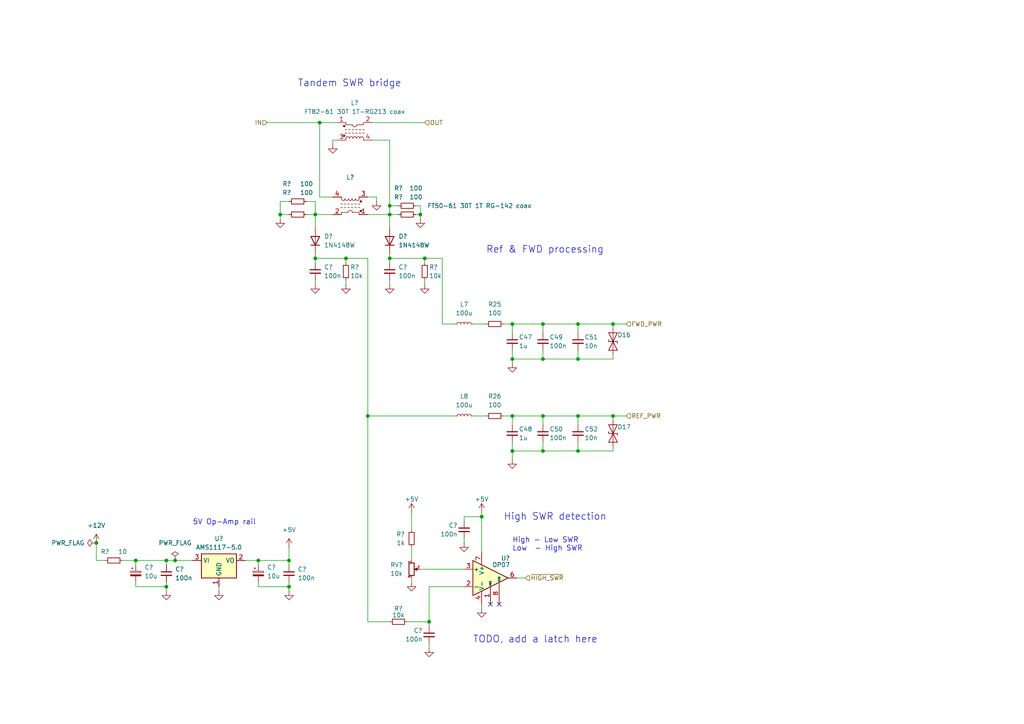
<source format=kicad_sch>
(kicad_sch (version 20231120) (generator "eeschema") (generator_version "8.0")
  (paper "A4")
  (title_block (title "600 W LDMOS HF RF Amplifier - Forte") (date "2023-07-08") (rev "1.1") (company "SP6GK") (comment 1 "RF pallet") (comment 2 "Tandem SWR bridge") (comment 3 "High SWR trip"))
  (lib_symbols
    (symbol "Amplifier_Operational:OP07" (pin_names (offset 0.127))
      (property "Reference" "U" (at 1.27 6.35 0))
      (property "Value" "OP07" (at 1.27 3.81 0))
      (symbol "OP07_0_1"
        (polyline (pts (xy -5.08 5.08) (xy 5.08 0) (xy -5.08 -5.08) (xy -5.08 5.08)) (stroke (width 0.254)) (fill (type background)))
      )
      (symbol "OP07_1_1"
        (pin input line (at 0 -7.62 90) (length 5.08) (name "VOS") (number "1"))
        (pin input line (at -7.62 -2.54 0) (length 2.54) (name "-") (number "2"))
        (pin input line (at -7.62 2.54 0) (length 2.54) (name "+") (number "3"))
        (pin power_in line (at -2.54 -7.62 90) (length 3.81) (name "V-") (number "4"))
        (pin no_connect line (at 0 2.54 270) (length 2.54) hide (name "NC") (number "5"))
        (pin output line (at 7.62 0 180) (length 2.54) (name "~") (number "6"))
        (pin power_in line (at -2.54 7.62 270) (length 3.81) (name "V+") (number "7"))
        (pin input line (at 2.54 -7.62 90) (length 6.35) (name "VOS") (number "8"))
      )
    )
    (symbol "Device:C_Polarized_Small" (pin_numbers hide) (pin_names (offset 0.254) hide)
      (property "Reference" "C" (at 0.254 1.778 0))
      (property "Value" "C_Polarized_Small" (at 0.254 -2.032 0))
      (symbol "C_Polarized_Small_0_1"
        (rectangle (start -1.524 -0.3048) (end 1.524 -0.6858) (fill (type outline)))
        (rectangle (start -1.524 0.6858) (end 1.524 0.3048))
        (polyline (pts (xy -1.27 1.524) (xy -0.762 1.524)))
        (polyline (pts (xy -1.016 1.27) (xy -1.016 1.778)))
      )
      (symbol "C_Polarized_Small_1_1"
        (pin passive line (at 0 2.54 270) (length 1.8542) (name "~") (number "1"))
        (pin passive line (at 0 -2.54 90) (length 1.8542) (name "~") (number "2"))
      )
    )
    (symbol "Device:C_Small" (pin_numbers hide) (pin_names (offset 0.254) hide)
      (property "Reference" "C" (at 0.254 1.778 0))
      (property "Value" "C_Small" (at 0.254 -2.032 0))
      (symbol "C_Small_0_1"
        (polyline (pts (xy -1.524 -0.508) (xy 1.524 -0.508)) (stroke (width 0.3302)))
        (polyline (pts (xy -1.524 0.508) (xy 1.524 0.508)) (stroke (width 0.3048)))
      )
      (symbol "C_Small_1_1"
        (pin passive line (at 0 2.54 270) (length 2.032) (name "~") (number "1"))
        (pin passive line (at 0 -2.54 90) (length 2.032) (name "~") (number "2"))
      )
    )
    (symbol "Device:L_Small" (pin_numbers hide) (pin_names (offset 0.254) hide)
      (property "Reference" "L" (at 0.762 1.016 0))
      (property "Value" "L_Small" (at 0.762 -1.016 0))
      (symbol "L_Small_0_1"
        (arc (start 0 -2.032) (mid 0.5058 -1.524) (end 0 -1.016))
        (arc (start 0 -1.016) (mid 0.5058 -0.508) (end 0 0))
        (arc (start 0 0) (mid 0.5058 0.508) (end 0 1.016))
        (arc (start 0 1.016) (mid 0.5058 1.524) (end 0 2.032))
      )
      (symbol "L_Small_1_1"
        (pin passive line (at 0 2.54 270) (length 0.508) (name "~") (number "1"))
        (pin passive line (at 0 -2.54 90) (length 0.508) (name "~") (number "2"))
      )
    )
    (symbol "Device:R_Potentiometer_Small" (pin_names (offset 1.016) hide)
      (property "Reference" "RV" (at -4.445 0 90))
      (property "Value" "R_Potentiometer_Small" (at -2.54 0 90))
      (symbol "R_Potentiometer_Small_0_1"
        (polyline (pts (xy 0.889 0) (xy 0.635 0) (xy 1.651 0.381) (xy 1.651 -0.381) (xy 0.635 0) (xy 0.889 0)) (fill (type outline)))
        (rectangle (start 0.762 1.8034) (end -0.762 -1.8034) (stroke (width 0.254)))
      )
      (symbol "R_Potentiometer_Small_1_1"
        (pin passive line (at 0 2.54 270) (length 0.635) (name "1") (number "1"))
        (pin passive line (at 2.54 0 180) (length 0.9906) (name "2") (number "2"))
        (pin passive line (at 0 -2.54 90) (length 0.635) (name "3") (number "3"))
      )
    )
    (symbol "Device:R_Small" (pin_numbers hide) (pin_names (offset 0.254) hide)
      (property "Reference" "R" (at 0.762 0.508 0))
      (property "Value" "R_Small" (at 0.762 -1.016 0))
      (symbol "R_Small_0_1"
        (rectangle (start -0.762 1.778) (end 0.762 -1.778) (stroke (width 0.2032)))
      )
      (symbol "R_Small_1_1"
        (pin passive line (at 0 2.54 270) (length 0.762) (name "~") (number "1"))
        (pin passive line (at 0 -2.54 90) (length 0.762) (name "~") (number "2"))
      )
    )
    (symbol "Diode:1N4148W" (pin_numbers hide) (pin_names hide)
      (property "Reference" "D" (at 0 2.54 0))
      (property "Value" "1N4148W" (at 0 -2.54 0))
      (symbol "1N4148W_0_1"
        (polyline (pts (xy -1.27 1.27) (xy -1.27 -1.27)) (stroke (width 0.254)))
        (polyline (pts (xy 1.27 0) (xy -1.27 0)))
        (polyline (pts (xy 1.27 1.27) (xy 1.27 -1.27) (xy -1.27 0) (xy 1.27 1.27)) (stroke (width 0.254)))
      )
      (symbol "1N4148W_1_1"
        (pin passive line (at -3.81 0 0) (length 2.54) (name "K") (number "1"))
        (pin passive line (at 3.81 0 180) (length 2.54) (name "A") (number "2"))
      )
    )
    (symbol "Diode:SD12_SOD323" (pin_numbers hide) (pin_names (offset 1.016) hide)
      (property "Reference" "D" (at 0 2.54 0))
      (property "Value" "SD12_SOD323" (at 0 -2.54 0))
      (symbol "SD12_SOD323_0_1"
        (polyline (pts (xy 1.27 0) (xy -1.27 0)))
        (polyline (pts (xy -2.54 -1.27) (xy 0 0) (xy -2.54 1.27) (xy -2.54 -1.27)) (stroke (width 0.2032)))
        (polyline (pts (xy 0.508 1.27) (xy 0 1.27) (xy 0 -1.27) (xy -0.508 -1.27)) (stroke (width 0.2032)))
        (polyline (pts (xy 2.54 1.27) (xy 2.54 -1.27) (xy 0 0) (xy 2.54 1.27)) (stroke (width 0.2032)))
      )
      (symbol "SD12_SOD323_1_1"
        (pin passive line (at -3.81 0 0) (length 2.54) (name "A1") (number "1"))
        (pin passive line (at 3.81 0 180) (length 2.54) (name "A2") (number "2"))
      )
    )
    (symbol "Regulator_Linear:AMS1117-5.0"
      (property "Reference" "U" (at -3.81 3.175 0))
      (property "Value" "AMS1117-5.0" (at 0 3.175 0))
      (symbol "AMS1117-5.0_0_1"
        (rectangle (start -5.08 -5.08) (end 5.08 1.905) (stroke (width 0.254)) (fill (type background)))
      )
      (symbol "AMS1117-5.0_1_1"
        (pin power_in line (at 0 -7.62 90) (length 2.54) (name "GND") (number "1"))
        (pin power_out line (at 7.62 0 180) (length 2.54) (name "VO") (number "2"))
        (pin power_in line (at -7.62 0 0) (length 2.54) (name "VI") (number "3"))
      )
    )
    (symbol "TXRX_rel_sym_lim:T82_trafo" (pin_names (offset 0.254) hide)
      (property "Reference" "L" (at 0 4.445 0))
      (property "Value" "L_Ferrite_Coupled" (at 0 -4.445 0))
      (symbol "T82_trafo_0_1"
        (circle (center -3.048 -1.27) (radius 0.254) (fill (type outline)))
        (circle (center -3.048 1.524) (radius 0.254) (fill (type outline)))
        (arc (start -1.524 -2.032) (mid -2.032 -1.5262) (end -2.54 -2.032))
        (arc (start -0.635 1.905) (mid 0 1.3148) (end 0.635 1.905))
        (arc (start -0.508 -2.032) (mid -1.016 -1.5262) (end -1.524 -2.032))
        (polyline (pts (xy -2.794 -0.508) (xy -2.286 -0.508)))
        (polyline (pts (xy -2.794 0.508) (xy -2.286 0.508)))
        (polyline (pts (xy -2.54 -2.032) (xy -2.54 -2.54)))
        (polyline (pts (xy -2.54 1.905) (xy -2.54 2.54)))
        (polyline (pts (xy -2.54 1.905) (xy -0.635 1.905)))
        (polyline (pts (xy -1.778 -0.508) (xy -1.27 -0.508)))
        (polyline (pts (xy -1.778 0.508) (xy -1.27 0.508)))
        (polyline (pts (xy -0.762 -0.508) (xy -0.254 -0.508)))
        (polyline (pts (xy -0.762 0.508) (xy -0.254 0.508)))
        (polyline (pts (xy 0.254 -0.508) (xy 0.762 -0.508)))
        (polyline (pts (xy 0.254 0.508) (xy 0.762 0.508)))
        (polyline (pts (xy 1.27 -0.508) (xy 1.778 -0.508)))
        (polyline (pts (xy 1.27 0.508) (xy 1.778 0.508)))
        (polyline (pts (xy 2.286 -0.508) (xy 2.794 -0.508)))
        (polyline (pts (xy 2.286 0.508) (xy 2.794 0.508)))
        (polyline (pts (xy 2.54 -2.032) (xy 2.54 -2.54)))
        (polyline (pts (xy 2.54 1.905) (xy 0.635 1.905)))
        (polyline (pts (xy 2.54 2.54) (xy 2.54 1.905)))
        (arc (start 0.508 -2.032) (mid 0 -1.5262) (end -0.508 -2.032))
        (arc (start 1.524 -2.032) (mid 1.016 -1.5262) (end 0.508 -2.032))
        (arc (start 2.54 -2.032) (mid 2.032 -1.5262) (end 1.524 -2.032))
      )
      (symbol "T82_trafo_1_1"
        (pin passive line (at -5.08 2.54 0) (length 2.54) (name "1") (number "1"))
        (pin passive line (at 5.08 2.54 180) (length 2.54) (name "2") (number "2"))
        (pin passive line (at -5.08 -2.54 0) (length 2.54) (name "3") (number "3"))
        (pin passive line (at 5.08 -2.54 180) (length 2.54) (name "4") (number "4"))
      )
    )
    (symbol "power:+12V" (power) (pin_numbers hide) (pin_names (offset 0) hide)
      (property "Value" "+12V" (at 0 3.556 0))
      (symbol "+12V_0_1"
        (polyline (pts (xy -0.762 1.27) (xy 0 2.54)))
        (polyline (pts (xy 0 0) (xy 0 2.54)))
        (polyline (pts (xy 0 2.54) (xy 0.762 1.27)))
      )
      (symbol "+12V_1_1"
        (pin power_in line (at 0 0 90) (length 0) (name "~") (number "1"))
      )
    )
    (symbol "power:+5V" (power) (pin_numbers hide) (pin_names (offset 0) hide)
      (property "Value" "+5V" (at 0 3.556 0))
      (symbol "+5V_0_1"
        (polyline (pts (xy -0.762 1.27) (xy 0 2.54)))
        (polyline (pts (xy 0 0) (xy 0 2.54)))
        (polyline (pts (xy 0 2.54) (xy 0.762 1.27)))
      )
      (symbol "+5V_1_1"
        (pin power_in line (at 0 0 90) (length 0) (name "~") (number "1"))
      )
    )
    (symbol "power:GND" (power) (pin_numbers hide) (pin_names (offset 0) hide)
      (property "Value" "GND" (at 0 -3.81 0))
      (symbol "GND_0_1"
        (polyline (pts (xy 0 0) (xy 0 -1.27) (xy 1.27 -1.27) (xy 0 -2.54) (xy -1.27 -1.27) (xy 0 -1.27)))
      )
      (symbol "GND_1_1"
        (pin power_in line (at 0 0 270) (length 0) (name "~") (number "1"))
      )
    )
    (symbol "power:PWR_FLAG" (power) (pin_numbers hide) (pin_names (offset 0) hide)
      (property "Value" "PWR_FLAG" (at 0 3.81 0))
      (symbol "PWR_FLAG_0_0"
        (pin power_out line (at 0 0 90) (length 0) (name "~") (number "1"))
      )
      (symbol "PWR_FLAG_0_1"
        (polyline (pts (xy 0 0) (xy 0 1.27) (xy -1.016 1.905) (xy 0 2.54) (xy 1.016 1.905) (xy 0 1.27)))
      )
    )
  )
  (junction (at 91.44 74.93))
  (junction (at 83.82 162.56))
  (junction (at 100.33 74.93))
  (junction (at 113.03 59.69))
  (junction (at 167.64 93.98))
  (junction (at 148.59 130.81))
  (junction (at 157.48 120.65))
  (junction (at 113.03 62.23))
  (junction (at 106.68 120.65))
  (junction (at 157.48 93.98))
  (junction (at 177.8 120.65))
  (junction (at 39.37 162.56))
  (junction (at 48.26 170.18))
  (junction (at 167.64 120.65))
  (junction (at 148.59 120.65))
  (junction (at 81.28 62.23))
  (junction (at 157.48 104.14))
  (junction (at 113.03 74.93))
  (junction (at 167.64 130.81))
  (junction (at 157.48 130.81))
  (junction (at 121.92 62.23))
  (junction (at 92.71 35.56))
  (junction (at 124.46 180.34))
  (junction (at 27.94 157.48))
  (junction (at 177.8 93.98))
  (junction (at 167.64 104.14))
  (junction (at 50.8 162.56))
  (junction (at 83.82 170.18))
  (junction (at 74.93 162.56))
  (junction (at 123.19 74.93))
  (junction (at 148.59 104.14))
  (junction (at 139.7 149.86))
  (junction (at 48.26 162.56))
  (junction (at 148.59 93.98))
  (junction (at 91.44 62.23))
  (no_connect (at 144.78 175.26))
  (no_connect (at 142.24 175.26))
  (wire (pts (xy 48.26 162.56) (xy 48.26 163.83)))
  (wire (pts (xy 48.26 162.56) (xy 50.8 162.56)))
  (wire (pts (xy 119.38 148.59) (xy 119.38 153.67)))
  (wire (pts (xy 148.59 120.65) (xy 157.48 120.65)))
  (wire (pts (xy 146.05 120.65) (xy 148.59 120.65)))
  (wire (pts (xy 124.46 170.18) (xy 124.46 180.34)))
  (wire (pts (xy 134.62 156.21) (xy 134.62 157.48)))
  (wire (pts (xy 91.44 82.55) (xy 91.44 81.28)))
  (wire (pts (xy 148.59 101.6) (xy 148.59 104.14)))
  (wire (pts (xy 113.03 62.23) (xy 113.03 66.04)))
  (wire (pts (xy 123.19 82.55) (xy 123.19 81.28)))
  (wire (pts (xy 128.27 74.93) (xy 128.27 93.98)))
  (wire (pts (xy 148.59 128.27) (xy 148.59 130.81)))
  (wire (pts (xy 30.48 162.56) (xy 27.94 162.56)))
  (wire (pts (xy 88.9 62.23) (xy 91.44 62.23)))
  (wire (pts (xy 124.46 186.69) (xy 124.46 187.96)))
  (wire (pts (xy 74.93 170.18) (xy 83.82 170.18)))
  (wire (pts (xy 91.44 62.23) (xy 96.52 62.23)))
  (wire (pts (xy 91.44 73.66) (xy 91.44 74.93)))
  (wire (pts (xy 113.03 74.93) (xy 123.19 74.93)))
  (wire (pts (xy 83.82 58.42) (xy 81.28 58.42)))
  (wire (pts (xy 113.03 59.69) (xy 115.57 59.69)))
  (wire (pts (xy 177.8 93.98) (xy 177.8 95.25)))
  (wire (pts (xy 139.7 149.86) (xy 139.7 160.02)))
  (wire (pts (xy 167.64 130.81) (xy 167.64 128.27)))
  (wire (pts (xy 100.33 82.55) (xy 100.33 81.28)))
  (wire (pts (xy 148.59 130.81) (xy 157.48 130.81)))
  (wire (pts (xy 50.8 162.56) (xy 55.88 162.56)))
  (wire (pts (xy 113.03 40.64) (xy 107.95 40.64)))
  (wire (pts (xy 120.65 59.69) (xy 121.92 59.69)))
  (wire (pts (xy 121.92 62.23) (xy 121.92 59.69)))
  (wire (pts (xy 148.59 93.98) (xy 148.59 96.52)))
  (wire (pts (xy 83.82 162.56) (xy 83.82 163.83)))
  (wire (pts (xy 83.82 158.75) (xy 83.82 162.56)))
  (wire (pts (xy 81.28 58.42) (xy 81.28 62.23)))
  (wire (pts (xy 77.47 35.56) (xy 92.71 35.56)))
  (wire (pts (xy 92.71 57.15) (xy 96.52 57.15)))
  (wire (pts (xy 39.37 170.18) (xy 48.26 170.18)))
  (wire (pts (xy 121.92 62.23) (xy 120.65 62.23)))
  (wire (pts (xy 167.64 130.81) (xy 177.8 130.81)))
  (wire (pts (xy 128.27 93.98) (xy 132.08 93.98)))
  (wire (pts (xy 92.71 35.56) (xy 92.71 57.15)))
  (wire (pts (xy 119.38 167.64) (xy 119.38 168.91)))
  (wire (pts (xy 167.64 93.98) (xy 177.8 93.98)))
  (wire (pts (xy 100.33 74.93) (xy 100.33 76.2)))
  (wire (pts (xy 148.59 120.65) (xy 148.59 123.19)))
  (wire (pts (xy 100.33 74.93) (xy 106.68 74.93)))
  (wire (pts (xy 119.38 158.75) (xy 119.38 162.56)))
  (wire (pts (xy 139.7 148.59) (xy 139.7 149.86)))
  (wire (pts (xy 83.82 171.45) (xy 83.82 170.18)))
  (wire (pts (xy 92.71 35.56) (xy 97.79 35.56)))
  (wire (pts (xy 148.59 105.41) (xy 148.59 104.14)))
  (wire (pts (xy 134.62 149.86) (xy 139.7 149.86)))
  (wire (pts (xy 113.03 59.69) (xy 113.03 62.23)))
  (wire (pts (xy 48.26 171.45) (xy 48.26 170.18)))
  (wire (pts (xy 91.44 62.23) (xy 91.44 58.42)))
  (wire (pts (xy 137.16 120.65) (xy 140.97 120.65)))
  (wire (pts (xy 27.94 162.56) (xy 27.94 157.48)))
  (wire (pts (xy 177.8 129.54) (xy 177.8 130.81)))
  (wire (pts (xy 91.44 74.93) (xy 91.44 76.2)))
  (wire (pts (xy 107.95 35.56) (xy 123.19 35.56)))
  (wire (pts (xy 91.44 62.23) (xy 91.44 66.04)))
  (wire (pts (xy 106.68 180.34) (xy 106.68 120.65)))
  (wire (pts (xy 121.92 62.23) (xy 121.92 63.5)))
  (wire (pts (xy 113.03 40.64) (xy 113.03 59.69)))
  (wire (pts (xy 113.03 74.93) (xy 113.03 76.2)))
  (wire (pts (xy 177.8 102.87) (xy 177.8 104.14)))
  (wire (pts (xy 113.03 82.55) (xy 113.03 81.28)))
  (wire (pts (xy 81.28 63.5) (xy 81.28 62.23)))
  (wire (pts (xy 39.37 168.91) (xy 39.37 170.18)))
  (wire (pts (xy 106.68 120.65) (xy 132.08 120.65)))
  (wire (pts (xy 177.8 120.65) (xy 177.8 121.92)))
  (wire (pts (xy 157.48 104.14) (xy 167.64 104.14)))
  (wire (pts (xy 96.52 40.64) (xy 96.52 41.91)))
  (wire (pts (xy 149.86 167.64) (xy 152.4 167.64)))
  (wire (pts (xy 83.82 170.18) (xy 83.82 168.91)))
  (wire (pts (xy 121.92 165.1) (xy 134.62 165.1)))
  (wire (pts (xy 137.16 93.98) (xy 140.97 93.98)))
  (wire (pts (xy 123.19 74.93) (xy 128.27 74.93)))
  (wire (pts (xy 74.93 162.56) (xy 83.82 162.56)))
  (wire (pts (xy 167.64 93.98) (xy 167.64 96.52)))
  (wire (pts (xy 106.68 74.93) (xy 106.68 120.65)))
  (wire (pts (xy 71.12 162.56) (xy 74.93 162.56)))
  (wire (pts (xy 157.48 104.14) (xy 157.48 101.6)))
  (wire (pts (xy 91.44 58.42) (xy 88.9 58.42)))
  (wire (pts (xy 113.03 180.34) (xy 106.68 180.34)))
  (wire (pts (xy 124.46 181.61) (xy 124.46 180.34)))
  (wire (pts (xy 118.11 180.34) (xy 124.46 180.34)))
  (wire (pts (xy 157.48 93.98) (xy 167.64 93.98)))
  (wire (pts (xy 109.22 57.15) (xy 106.68 57.15)))
  (wire (pts (xy 148.59 93.98) (xy 157.48 93.98)))
  (wire (pts (xy 113.03 62.23) (xy 115.57 62.23)))
  (wire (pts (xy 48.26 170.18) (xy 48.26 168.91)))
  (wire (pts (xy 35.56 162.56) (xy 39.37 162.56)))
  (wire (pts (xy 146.05 93.98) (xy 148.59 93.98)))
  (wire (pts (xy 134.62 151.13) (xy 134.62 149.86)))
  (wire (pts (xy 167.64 120.65) (xy 177.8 120.65)))
  (wire (pts (xy 106.68 62.23) (xy 113.03 62.23)))
  (wire (pts (xy 177.8 93.98) (xy 181.61 93.98)))
  (wire (pts (xy 91.44 74.93) (xy 100.33 74.93)))
  (wire (pts (xy 39.37 162.56) (xy 48.26 162.56)))
  (wire (pts (xy 39.37 162.56) (xy 39.37 163.83)))
  (wire (pts (xy 167.64 104.14) (xy 167.64 101.6)))
  (wire (pts (xy 148.59 104.14) (xy 157.48 104.14)))
  (wire (pts (xy 124.46 170.18) (xy 134.62 170.18)))
  (wire (pts (xy 139.7 176.53) (xy 139.7 175.26)))
  (wire (pts (xy 123.19 74.93) (xy 123.19 76.2)))
  (wire (pts (xy 157.48 130.81) (xy 157.48 128.27)))
  (wire (pts (xy 74.93 162.56) (xy 74.93 163.83)))
  (wire (pts (xy 148.59 133.35) (xy 148.59 130.81)))
  (wire (pts (xy 177.8 120.65) (xy 181.61 120.65)))
  (wire (pts (xy 167.64 120.65) (xy 167.64 123.19)))
  (wire (pts (xy 74.93 168.91) (xy 74.93 170.18)))
  (wire (pts (xy 167.64 104.14) (xy 177.8 104.14)))
  (wire (pts (xy 157.48 93.98) (xy 157.48 96.52)))
  (wire (pts (xy 81.28 62.23) (xy 83.82 62.23)))
  (wire (pts (xy 97.79 40.64) (xy 96.52 40.64)))
  (wire (pts (xy 109.22 58.42) (xy 109.22 57.15)))
  (wire (pts (xy 63.5 171.45) (xy 63.5 170.18)))
  (wire (pts (xy 113.03 73.66) (xy 113.03 74.93)))
  (wire (pts (xy 157.48 120.65) (xy 157.48 123.19)))
  (wire (pts (xy 157.48 130.81) (xy 167.64 130.81)))
  (wire (pts (xy 157.48 120.65) (xy 167.64 120.65)))
  (text "TODO, add a latch here\n" (at 137.16 186.69 0) (effects (font (size 2 2)) (justify left bottom)))
  (text "Ref & FWD processing\n" (at 140.97 73.66 0) (effects (font (size 2 2)) (justify left bottom)))
  (text "Tandem SWR bridge" (at 86.36 25.4 0) (effects (font (size 2 2)) (justify left bottom)))
  (text "High SWR detection" (at 146.05 151.13 0) (effects (font (size 2 2)) (justify left bottom)))
  (text "High - Low SWR\nLow  - High SWR" (at 148.59 160.02 0) (effects (font (size 1.5 1.5)) (justify left bottom)))
  (text "5V Op-Amp rail" (at 55.88 152.4 0) (effects (font (size 1.5 1.5)) (justify left bottom)))
  (hierarchical_label "OUT" (shape input) (at 123.19 35.56 0))
  (hierarchical_label "FWD_PWR" (shape input) (at 181.61 93.98 0))
  (hierarchical_label "REF_PWR" (shape input) (at 181.61 120.65 0))
  (hierarchical_label "~{HIGH_SWR}" (shape input) (at 152.4 167.64 0))
  (hierarchical_label "IN" (shape input) (at 77.47 35.56 180))
  (symbol (lib_id "Device:C_Small") (at 83.82 166.37 0) (unit 1)
    (property "Reference" "C?" (at 86.36 165.1 0) (effects (justify left)))
    (property "Value" "100n" (at 86.36 167.64 0) (effects (justify left)))
    (property "Footprint" "Capacitor_SMD:C_0603_1608Metric_Pad1.08x0.95mm_HandSolder" (effects (hide yes)))
  )
  (symbol (lib_id "power:GND") (at 148.59 133.35 0) (mirror y) (unit 1)
    (property "Reference" "#PWR045" (effects (hide yes)))
    (property "Value" "GND" (effects (hide yes)))
    (property "Description" "Power symbol creates a global label with name \"GND\" , ground" (effects (hide yes)))
  )
  (symbol (lib_id "Amplifier_Operational:OP07") (at 142.24 167.64 0) (unit 1)
    (property "Reference" "U?" (at 147.955 161.925 0) (effects (justify right)))
    (property "Value" "OP07" (at 147.955 163.83 0) (effects (justify right)))
    (property "Footprint" "Package_SO:SOIC-8_3.9x4.9mm_P1.27mm" (effects (hide yes)))
    (property "Datasheet" "https://www.analog.com/media/en/technical-documentation/data-sheets/OP07.pdf" (effects (hide yes)))
  )
  (symbol (lib_id "Device:L_Small") (at 134.62 93.98 90) (unit 1)
    (property "Reference" "L7" (at 134.62 88.265 90))
    (property "Value" "100u" (at 134.62 90.805 90))
    (property "Footprint" "Inductor_SMD:L_0805_2012Metric_Pad1.05x1.20mm_HandSolder" (effects (hide yes)))
  )
  (symbol (lib_id "power:GND") (at 83.82 171.45 0) (unit 1)
    (property "Reference" "#PWR?" (effects (hide yes)))
    (property "Value" "GND" (effects (hide yes)))
    (property "Description" "Power symbol creates a global label with name \"GND\" , ground" (effects (hide yes)))
  )
  (symbol (lib_id "power:GND") (at 148.59 105.41 0) (mirror y) (unit 1)
    (property "Reference" "#PWR044" (effects (hide yes)))
    (property "Value" "GND" (effects (hide yes)))
    (property "Description" "Power symbol creates a global label with name \"GND\" , ground" (effects (hide yes)))
  )
  (symbol (lib_id "power:GND") (at 96.52 41.91 0) (unit 1)
    (property "Reference" "#PWR?" (effects (hide yes)))
    (property "Value" "GND" (effects (hide yes)))
    (property "Description" "Power symbol creates a global label with name \"GND\" , ground" (effects (hide yes)))
  )
  (symbol (lib_id "Device:C_Small") (at 148.59 99.06 0) (unit 1)
    (property "Reference" "C47" (at 150.495 97.79 0) (effects (justify left)))
    (property "Value" "1u" (at 150.495 100.33 0) (effects (justify left)))
    (property "Footprint" "Capacitor_SMD:C_0603_1608Metric_Pad1.08x0.95mm_HandSolder" (effects (hide yes)))
  )
  (symbol (lib_id "Regulator_Linear:AMS1117-5.0") (at 63.5 162.56 0) (unit 1)
    (property "Reference" "U?" (at 63.5 156.21 0))
    (property "Value" "AMS1117-5.0" (at 63.5 158.75 0))
    (property "Footprint" "Package_TO_SOT_SMD:SOT-223-3_TabPin2" (effects (hide yes)))
    (property "Datasheet" "http://www.advanced-monolithic.com/pdf/ds1117.pdf" (effects (hide yes)))
  )
  (symbol (lib_id "Device:R_Small") (at 118.11 62.23 90) (unit 1)
    (property "Reference" "R?" (at 115.57 57.15 90))
    (property "Value" "100" (at 120.65 54.61 90))
    (property "Footprint" "Resistor_SMD:R_2010_5025Metric_Pad1.40x2.65mm_HandSolder" (effects (hide yes)))
  )
  (symbol (lib_id "Device:C_Small") (at 113.03 78.74 0) (unit 1)
    (property "Reference" "C?" (at 115.57 77.47 0) (effects (justify left)))
    (property "Value" "100n" (at 115.57 80.01 0) (effects (justify left)))
    (property "Footprint" "Capacitor_SMD:C_0805_2012Metric_Pad1.18x1.45mm_HandSolder" (effects (hide yes)))
  )
  (symbol (lib_id "power:GND") (at 109.22 58.42 0) (unit 1)
    (property "Reference" "#PWR?" (effects (hide yes)))
    (property "Value" "GND" (effects (hide yes)))
    (property "Description" "Power symbol creates a global label with name \"GND\" , ground" (effects (hide yes)))
  )
  (symbol (lib_id "power:PWR_FLAG") (at 27.94 157.48 90) (unit 1)
    (property "Reference" "#FLG06" (effects (hide yes)))
    (property "Value" "PWR_FLAG" (at 24.5364 157.4799 90) (effects (justify left)))
    (property "Description" "Special symbol for telling ERC where power comes from" (effects (hide yes)))
  )
  (symbol (lib_id "Device:R_Small") (at 115.57 180.34 90) (unit 1)
    (property "Reference" "R?" (at 115.57 176.53 90))
    (property "Value" "10k" (at 115.57 178.435 90))
    (property "Footprint" "Resistor_SMD:R_1206_3216Metric_Pad1.30x1.75mm_HandSolder" (effects (hide yes)))
  )
  (symbol (lib_id "Device:R_Small") (at 33.02 162.56 90) (unit 1)
    (property "Reference" "R?" (at 30.48 160.02 90))
    (property "Value" "10" (at 35.56 160.02 90))
    (property "Footprint" "Resistor_SMD:R_0805_2012Metric_Pad1.20x1.40mm_HandSolder" (effects (hide yes)))
  )
  (symbol (lib_id "Device:R_Small") (at 143.51 120.65 270) (unit 1)
    (property "Reference" "R26" (at 143.51 114.935 90))
    (property "Value" "100" (at 143.51 117.475 90))
    (property "Footprint" "Resistor_SMD:R_0603_1608Metric_Pad0.98x0.95mm_HandSolder" (effects (hide yes)))
  )
  (symbol (lib_id "power:GND") (at 123.19 82.55 0) (unit 1)
    (property "Reference" "#PWR?" (effects (hide yes)))
    (property "Value" "GND" (effects (hide yes)))
    (property "Description" "Power symbol creates a global label with name \"GND\" , ground" (effects (hide yes)))
  )
  (symbol (lib_id "Device:C_Small") (at 134.62 153.67 0) (mirror y) (unit 1)
    (property "Reference" "C?" (at 132.715 152.4 0) (effects (justify left)))
    (property "Value" "100n" (at 132.715 154.94 0) (effects (justify left)))
    (property "Footprint" "Capacitor_SMD:C_0603_1608Metric_Pad1.08x0.95mm_HandSolder" (effects (hide yes)))
  )
  (symbol (lib_id "power:GND") (at 119.38 168.91 0) (mirror y) (unit 1)
    (property "Reference" "#PWR?" (effects (hide yes)))
    (property "Value" "GND" (effects (hide yes)))
    (property "Description" "Power symbol creates a global label with name \"GND\" , ground" (effects (hide yes)))
  )
  (symbol (lib_id "Diode:SD12_SOD323") (at 177.8 125.73 270) (unit 1)
    (property "Reference" "D17" (at 179.07 123.825 90) (effects (justify left)))
    (property "Value" "SD12_SOD323" (effects (hide yes)))
    (property "Footprint" "Diode_SMD:D_SOD-323" (effects (hide yes)))
    (property "Datasheet" "https://www.littelfuse.com/~/media/electronics/datasheets/tvs_diode_arrays/littelfuse_tvs_diode_array_sd_c_datasheet.pdf.pdf" (effects (hide yes)))
  )
  (symbol (lib_id "power:GND") (at 91.44 82.55 0) (unit 1)
    (property "Reference" "#PWR?" (effects (hide yes)))
    (property "Value" "GND" (effects (hide yes)))
    (property "Description" "Power symbol creates a global label with name \"GND\" , ground" (effects (hide yes)))
  )
  (symbol (lib_id "Device:C_Small") (at 157.48 125.73 0) (unit 1)
    (property "Reference" "C50" (at 159.385 124.46 0) (effects (justify left)))
    (property "Value" "100n" (at 159.385 127 0) (effects (justify left)))
    (property "Footprint" "Capacitor_SMD:C_0603_1608Metric_Pad1.08x0.95mm_HandSolder" (effects (hide yes)))
  )
  (symbol (lib_id "power:GND") (at 113.03 82.55 0) (unit 1)
    (property "Reference" "#PWR?" (effects (hide yes)))
    (property "Value" "GND" (effects (hide yes)))
    (property "Description" "Power symbol creates a global label with name \"GND\" , ground" (effects (hide yes)))
  )
  (symbol (lib_id "Device:R_Small") (at 123.19 78.74 0) (unit 1)
    (property "Reference" "R?" (at 124.46 77.47 0) (effects (justify left)))
    (property "Value" "10k" (at 124.46 80.01 0) (effects (justify left)))
    (property "Footprint" "Resistor_SMD:R_0603_1608Metric_Pad0.98x0.95mm_HandSolder" (effects (hide yes)))
  )
  (symbol (lib_id "power:GND") (at 134.62 157.48 0) (mirror y) (unit 1)
    (property "Reference" "#PWR?" (effects (hide yes)))
    (property "Value" "GND" (effects (hide yes)))
    (property "Description" "Power symbol creates a global label with name \"GND\" , ground" (effects (hide yes)))
  )
  (symbol (lib_id "power:GND") (at 121.92 63.5 0) (unit 1)
    (property "Reference" "#PWR?" (effects (hide yes)))
    (property "Value" "GND" (effects (hide yes)))
    (property "Description" "Power symbol creates a global label with name \"GND\" , ground" (effects (hide yes)))
  )
  (symbol (lib_id "Device:C_Polarized_Small") (at 74.93 166.37 0) (unit 1)
    (property "Reference" "C?" (at 77.47 164.5539 0) (effects (justify left)))
    (property "Value" "10u" (at 77.47 167.0939 0) (effects (justify left)))
    (property "Footprint" "Capacitor_SMD:C_0805_2012Metric_Pad1.18x1.45mm_HandSolder" (effects (hide yes)))
  )
  (symbol (lib_id "TXRX_rel_sym_lim:T82_trafo") (at 102.87 38.1 0) (unit 1)
    (property "Reference" "L?" (at 102.87 29.845 0))
    (property "Value" "FT82-61 30T 1T-RG213 coax" (at 102.87 32.385 0))
    (property "Footprint" "TXRX_rel_lib:FT82_trafo" (effects (hide yes)))
  )
  (symbol (lib_id "Device:R_Small") (at 119.38 156.21 0) (mirror y) (unit 1)
    (property "Reference" "R?" (at 117.475 154.94 0) (effects (justify left)))
    (property "Value" "1k" (at 117.475 157.48 0) (effects (justify left)))
    (property "Footprint" "Resistor_SMD:R_0603_1608Metric_Pad0.98x0.95mm_HandSolder" (effects (hide yes)))
  )
  (symbol (lib_id "power:PWR_FLAG") (at 50.8 162.56 0) (unit 1)
    (property "Reference" "#FLG01" (effects (hide yes)))
    (property "Value" "PWR_FLAG" (at 50.8 157.48 0))
    (property "Description" "Special symbol for telling ERC where power comes from" (effects (hide yes)))
  )
  (symbol (lib_id "Device:R_Potentiometer_Small") (at 119.38 165.1 0) (unit 1)
    (property "Reference" "RV?" (at 116.84 163.83 0) (effects (justify right)))
    (property "Value" "10k" (at 116.84 166.37 0) (effects (justify right)))
    (property "Footprint" "Potentiometer_SMD:Potentiometer_Bourns_3269W_Vertical" (effects (hide yes)))
  )
  (symbol (lib_id "power:+5V") (at 139.7 148.59 0) (mirror y) (unit 1)
    (property "Reference" "#PWR?" (effects (hide yes)))
    (property "Value" "+5V" (at 139.7 144.78 0))
    (property "Description" "Power symbol creates a global label with name \"+5V\"" (effects (hide yes)))
  )
  (symbol (lib_id "Diode:1N4148W") (at 113.03 69.85 90) (unit 1)
    (property "Reference" "D?" (at 115.57 68.58 90) (effects (justify right)))
    (property "Value" "1N4148W" (at 115.57 71.12 90) (effects (justify right)))
    (property "Footprint" "Diode_SMD:D_SMA" (effects (hide yes)))
    (property "Datasheet" "https://www.vishay.com/docs/85748/1n4148w.pdf" (effects (hide yes)))
    (property "Sim.Device" "D" (effects (hide yes)))
    (property "Sim.Pins" "1=K 2=A" (effects (hide yes)))
  )
  (symbol (lib_id "Device:C_Small") (at 167.64 99.06 0) (unit 1)
    (property "Reference" "C51" (at 169.545 97.79 0) (effects (justify left)))
    (property "Value" "10n" (at 169.545 100.33 0) (effects (justify left)))
    (property "Footprint" "Capacitor_SMD:C_0603_1608Metric_Pad1.08x0.95mm_HandSolder" (effects (hide yes)))
  )
  (symbol (lib_id "Device:C_Small") (at 91.44 78.74 0) (unit 1)
    (property "Reference" "C?" (at 93.98 77.47 0) (effects (justify left)))
    (property "Value" "100n" (at 93.98 80.01 0) (effects (justify left)))
    (property "Footprint" "Capacitor_SMD:C_0805_2012Metric_Pad1.18x1.45mm_HandSolder" (effects (hide yes)))
  )
  (symbol (lib_id "power:GND") (at 63.5 171.45 0) (unit 1)
    (property "Reference" "#PWR?" (effects (hide yes)))
    (property "Value" "GND" (effects (hide yes)))
    (property "Description" "Power symbol creates a global label with name \"GND\" , ground" (effects (hide yes)))
  )
  (symbol (lib_id "Device:R_Small") (at 100.33 78.74 0) (unit 1)
    (property "Reference" "R?" (at 101.6 77.47 0) (effects (justify left)))
    (property "Value" "10k" (at 101.6 80.01 0) (effects (justify left)))
    (property "Footprint" "Resistor_SMD:R_0603_1608Metric_Pad0.98x0.95mm_HandSolder" (effects (hide yes)))
  )
  (symbol (lib_id "Diode:1N4148W") (at 91.44 69.85 90) (unit 1)
    (property "Reference" "D?" (at 93.98 68.58 90) (effects (justify right)))
    (property "Value" "1N4148W" (at 93.98 71.12 90) (effects (justify right)))
    (property "Footprint" "Diode_SMD:D_SMA" (effects (hide yes)))
    (property "Datasheet" "https://www.vishay.com/docs/85748/1n4148w.pdf" (effects (hide yes)))
    (property "Sim.Device" "D" (effects (hide yes)))
    (property "Sim.Pins" "1=K 2=A" (effects (hide yes)))
  )
  (symbol (lib_id "power:GND") (at 48.26 171.45 0) (unit 1)
    (property "Reference" "#PWR?" (effects (hide yes)))
    (property "Value" "GND" (effects (hide yes)))
    (property "Description" "Power symbol creates a global label with name \"GND\" , ground" (effects (hide yes)))
  )
  (symbol (lib_id "power:+5V") (at 83.82 158.75 0) (unit 1)
    (property "Reference" "#PWR?" (effects (hide yes)))
    (property "Value" "+5V" (at 83.82 153.67 0))
    (property "Description" "Power symbol creates a global label with name \"+5V\"" (effects (hide yes)))
  )
  (symbol (lib_id "Device:R_Small") (at 143.51 93.98 270) (unit 1)
    (property "Reference" "R25" (at 143.51 88.265 90))
    (property "Value" "100" (at 143.51 90.805 90))
    (property "Footprint" "Resistor_SMD:R_0603_1608Metric_Pad0.98x0.95mm_HandSolder" (effects (hide yes)))
  )
  (symbol (lib_id "Device:C_Polarized_Small") (at 39.37 166.37 0) (unit 1)
    (property "Reference" "C?" (at 41.91 164.5539 0) (effects (justify left)))
    (property "Value" "10u" (at 41.91 167.0939 0) (effects (justify left)))
    (property "Footprint" "Capacitor_SMD:C_0805_2012Metric_Pad1.18x1.45mm_HandSolder" (effects (hide yes)))
  )
  (symbol (lib_id "Diode:SD12_SOD323") (at 177.8 99.06 270) (unit 1)
    (property "Reference" "D16" (at 179.07 97.155 90) (effects (justify left)))
    (property "Value" "SD12_SOD323" (effects (hide yes)))
    (property "Footprint" "Diode_SMD:D_SOD-323" (effects (hide yes)))
    (property "Datasheet" "https://www.littelfuse.com/~/media/electronics/datasheets/tvs_diode_arrays/littelfuse_tvs_diode_array_sd_c_datasheet.pdf.pdf" (effects (hide yes)))
  )
  (symbol (lib_id "Device:C_Small") (at 48.26 166.37 0) (unit 1)
    (property "Reference" "C?" (at 50.8 165.1 0) (effects (justify left)))
    (property "Value" "100n" (at 50.8 167.64 0) (effects (justify left)))
    (property "Footprint" "Capacitor_SMD:C_0603_1608Metric_Pad1.08x0.95mm_HandSolder" (effects (hide yes)))
  )
  (symbol (lib_id "Device:R_Small") (at 118.11 59.69 90) (unit 1)
    (property "Reference" "R?" (at 115.57 54.61 90))
    (property "Value" "100" (at 120.65 57.15 90))
    (property "Footprint" "Resistor_SMD:R_2010_5025Metric_Pad1.40x2.65mm_HandSolder" (effects (hide yes)))
  )
  (symbol (lib_id "power:+12V") (at 27.94 157.48 0) (unit 1)
    (property "Reference" "#PWR?" (effects (hide yes)))
    (property "Value" "+12V" (at 27.94 152.4 0))
    (property "Description" "Power symbol creates a global label with name \"+12V\"" (effects (hide yes)))
  )
  (symbol (lib_id "power:GND") (at 139.7 176.53 0) (mirror y) (unit 1)
    (property "Reference" "#PWR?" (effects (hide yes)))
    (property "Value" "GND" (effects (hide yes)))
    (property "Description" "Power symbol creates a global label with name \"GND\" , ground" (effects (hide yes)))
  )
  (symbol (lib_id "TXRX_rel_sym_lim:T82_trafo") (at 101.6 59.69 180) (unit 1)
    (property "Reference" "L?" (at 101.6 51.435 0))
    (property "Value" "FT50-61 30T 1T RG-142 coax" (at 139.065 59.69 0))
    (property "Footprint" "TXRX_rel_lib:FT82_trafo" (effects (hide yes)))
  )
  (symbol (lib_id "Device:L_Small") (at 134.62 120.65 90) (unit 1)
    (property "Reference" "L8" (at 134.62 114.935 90))
    (property "Value" "100u" (at 134.62 117.475 90))
    (property "Footprint" "Inductor_SMD:L_0805_2012Metric_Pad1.05x1.20mm_HandSolder" (effects (hide yes)))
  )
  (symbol (lib_id "power:+5V") (at 119.38 148.59 0) (mirror y) (unit 1)
    (property "Reference" "#PWR?" (effects (hide yes)))
    (property "Value" "+5V" (at 119.38 144.78 0))
    (property "Description" "Power symbol creates a global label with name \"+5V\"" (effects (hide yes)))
  )
  (symbol (lib_id "Device:C_Small") (at 148.59 125.73 0) (unit 1)
    (property "Reference" "C48" (at 150.495 124.46 0) (effects (justify left)))
    (property "Value" "1u" (at 150.495 127 0) (effects (justify left)))
    (property "Footprint" "Capacitor_SMD:C_0603_1608Metric_Pad1.08x0.95mm_HandSolder" (effects (hide yes)))
  )
  (symbol (lib_id "power:GND") (at 100.33 82.55 0) (unit 1)
    (property "Reference" "#PWR?" (effects (hide yes)))
    (property "Value" "GND" (effects (hide yes)))
    (property "Description" "Power symbol creates a global label with name \"GND\" , ground" (effects (hide yes)))
  )
  (symbol (lib_id "power:GND") (at 124.46 187.96 0) (mirror y) (unit 1)
    (property "Reference" "#PWR?" (effects (hide yes)))
    (property "Value" "GND" (effects (hide yes)))
    (property "Description" "Power symbol creates a global label with name \"GND\" , ground" (effects (hide yes)))
  )
  (symbol (lib_id "Device:C_Small") (at 167.64 125.73 0) (unit 1)
    (property "Reference" "C52" (at 169.545 124.46 0) (effects (justify left)))
    (property "Value" "10n" (at 169.545 127 0) (effects (justify left)))
    (property "Footprint" "Capacitor_SMD:C_0603_1608Metric_Pad1.08x0.95mm_HandSolder" (effects (hide yes)))
  )
  (symbol (lib_id "Device:C_Small") (at 124.46 184.15 0) (mirror y) (unit 1)
    (property "Reference" "C?" (at 122.555 182.88 0) (effects (justify left)))
    (property "Value" "100n" (at 122.555 185.42 0) (effects (justify left)))
    (property "Footprint" "Capacitor_SMD:C_0603_1608Metric_Pad1.08x0.95mm_HandSolder" (effects (hide yes)))
  )
  (symbol (lib_id "power:GND") (at 81.28 63.5 0) (mirror y) (unit 1)
    (property "Reference" "#PWR?" (effects (hide yes)))
    (property "Value" "GND" (effects (hide yes)))
    (property "Description" "Power symbol creates a global label with name \"GND\" , ground" (effects (hide yes)))
  )
  (symbol (lib_id "Device:R_Small") (at 86.36 62.23 90) (unit 1)
    (property "Reference" "R?" (at 83.185 55.88 90))
    (property "Value" "100" (at 88.9 55.88 90))
    (property "Footprint" "Resistor_SMD:R_2010_5025Metric_Pad1.40x2.65mm_HandSolder" (effects (hide yes)))
  )
  (symbol (lib_id "Device:R_Small") (at 86.36 58.42 90) (unit 1)
    (property "Reference" "R?" (at 83.185 53.34 90))
    (property "Value" "100" (at 88.9 53.34 90))
    (property "Footprint" "Resistor_SMD:R_2010_5025Metric_Pad1.40x2.65mm_HandSolder" (effects (hide yes)))
  )
  (symbol (lib_id "Device:C_Small") (at 157.48 99.06 0) (unit 1)
    (property "Reference" "C49" (at 159.385 97.79 0) (effects (justify left)))
    (property "Value" "100n" (at 159.385 100.33 0) (effects (justify left)))
    (property "Footprint" "Capacitor_SMD:C_0603_1608Metric_Pad1.08x0.95mm_HandSolder" (effects (hide yes)))
  )
)
</source>
